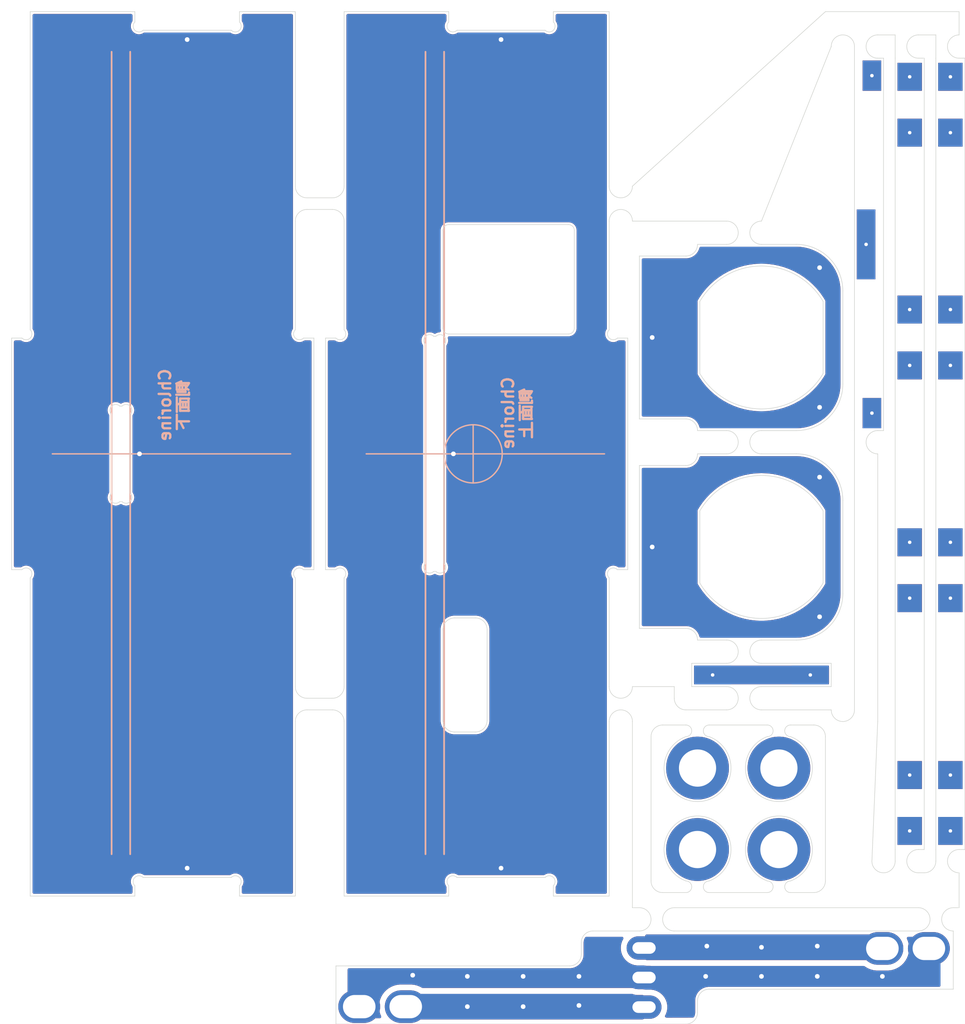
<source format=kicad_pcb>
(kicad_pcb (version 20241229) (generator "pcbnew") (generator_version "9.0")
  (layers (0 "F.Cu" signal) (2 "B.Cu" signal) (13 "F.Paste" user) (15 "B.Paste" user) (5 "F.SilkS" user "F.Silkscreen") (7 "B.SilkS" user "B.Silkscreen") (1 "F.Mask" user) (3 "B.Mask" user) (25 "Edge.Cuts" user))
  (net 0 "")
  (net 1 "GND")
  (net 2 "Net-(J2-Pin_3)")
  (net 3 "Net-(J2-Pin_1)")
  (footprint "MountingHole:MountingHole_3.2mm_M3_ISO14580_Pad" (layer "F.Cu") (at 66 -28 180)
    (property "Reference" "REF**" (hide yes))
    (property "Value" "MountingHole_3.2mm_M3_ISO14580_Pad" (hide yes))
    (pad "1" thru_hole circle (at 0 0 180) (size 5.4 5.4) (drill 3.2) (layers "*.Cu" "*.Mask"))
  )
  (footprint "myFoot:my_WirePad_0-8mmDrill" (layer "F.Cu") (at 74 -65.5)
    (property "Reference" "REF**" (hide yes))
    (property "Value" "0-8mmDrill" (hide yes))
    (pad "1" thru_hole rect (at 0 0) (size 1.6 2.6) (drill 0.3) (layers "*.Cu" "*.Mask"))
  )
  (footprint "myFoot:my_WirePad_0-8mmDrill" (layer "F.Cu") (at 77.25 -94.4 -90)
    (property "Reference" "REF**" (hide yes))
    (property "Value" "0-8mmDrill" (hide yes))
    (pad "1" thru_hole rect (at 0 0 270) (size 2.4 2.1) (drill 0.3) (layers "*.Cu" "*.Mask"))
    (pad "2" thru_hole rect (at 4.8 0 270) (size 2.4 2.1) (drill 0.3) (layers "*.Cu" "*.Mask"))
    (pad "3" thru_hole rect (at 20 0 270) (size 2.4 2.1) (drill 0.3) (layers "*.Cu" "*.Mask"))
    (pad "4" thru_hole rect (at 24.8 0 270) (size 2.4 2.1) (drill 0.3) (layers "*.Cu" "*.Mask"))
    (pad "5" thru_hole rect (at 40 0 270) (size 2.4 2.1) (drill 0.3) (layers "*.Cu" "*.Mask"))
    (pad "6" thru_hole rect (at 44.8 0 270) (size 2.4 2.1) (drill 0.3) (layers "*.Cu" "*.Mask"))
    (pad "7" thru_hole rect (at 60 0 270) (size 2.4 2.1) (drill 0.3) (layers "*.Cu" "*.Mask"))
    (pad "8" thru_hole rect (at 64.8 0 270) (size 2.4 2.1) (drill 0.3) (layers "*.Cu" "*.Mask"))
  )
  (footprint "myFoot:my_WirePad_0-8mmDrill" (layer "F.Cu") (at 60.3 -43)
    (property "Reference" "REF**" (hide yes))
    (property "Value" "0-8mmDrill" (hide yes))
    (pad "1" thru_hole rect (at 0 0) (size 3.2 1.6) (drill 0.3) (layers "*.Cu" "*.Mask") (net 1 "GND"))
  )
  (footprint "myFoot:my_WirePad_0-8mmDrill" (layer "F.Cu") (at 74 -94.5)
    (property "Reference" "REF**" (hide yes))
    (property "Value" "0-8mmDrill" (hide yes))
    (pad "1" thru_hole rect (at 0 0) (size 1.6 2.6) (drill 0.3) (layers "*.Cu" "*.Mask"))
  )
  (footprint "myFoot:my_WirePad_0-8mmDrill" (layer "F.Cu") (at 80.75 -94.4 -90)
    (property "Reference" "REF**" (hide yes))
    (property "Value" "0-8mmDrill" (hide yes))
    (pad "1" thru_hole rect (at 0 0 270) (size 2.4 2.1) (drill 0.3) (layers "*.Cu" "*.Mask"))
    (pad "2" thru_hole rect (at 4.8 0 270) (size 2.4 2.1) (drill 0.3) (layers "*.Cu" "*.Mask"))
    (pad "3" thru_hole rect (at 20 0 270) (size 2.4 2.1) (drill 0.3) (layers "*.Cu" "*.Mask"))
    (pad "4" thru_hole rect (at 24.8 0 270) (size 2.4 2.1) (drill 0.3) (layers "*.Cu" "*.Mask"))
    (pad "5" thru_hole rect (at 40 0 270) (size 2.4 2.1) (drill 0.3) (layers "*.Cu" "*.Mask"))
    (pad "6" thru_hole rect (at 44.8 0 270) (size 2.4 2.1) (drill 0.3) (layers "*.Cu" "*.Mask"))
    (pad "7" thru_hole rect (at 60 0 270) (size 2.4 2.1) (drill 0.3) (layers "*.Cu" "*.Mask"))
    (pad "8" thru_hole rect (at 64.8 0 270) (size 2.4 2.1) (drill 0.3) (layers "*.Cu" "*.Mask"))
  )
  (footprint "MountingHole:MountingHole_3.2mm_M3_ISO14580_Pad" (layer "F.Cu") (at 59 -35)
    (property "Reference" "REF**" (hide yes))
    (property "Value" "MountingHole_3.2mm_M3_ISO14580_Pad" (hide yes))
    (pad "1" thru_hole circle (at 0 0) (size 5.4 5.4) (drill 3.2) (layers "*.Cu" "*.Mask"))
  )
  (footprint "myFoot:my_WirePad_0-8mmDrill" (layer "F.Cu") (at 73.5 -80)
    (property "Reference" "REF**" (hide yes))
    (property "Value" "0-8mmDrill" (hide yes))
    (pad "1" thru_hole rect (at 0 0) (size 1.6 6) (drill 0.3) (layers "*.Cu" "*.Mask"))
  )
  (footprint "MountingHole:MountingHole_3.2mm_M3_ISO14580_Pad" (layer "F.Cu") (at 59 -28 180)
    (property "Reference" "REF**" (hide yes))
    (property "Value" "MountingHole_3.2mm_M3_ISO14580_Pad" (hide yes))
    (pad "1" thru_hole circle (at 0 0 180) (size 5.4 5.4) (drill 3.2) (layers "*.Cu" "*.Mask"))
  )
  (footprint "myFoot:my_WirePad_0-8mmDrill" (layer "F.Cu") (at 68.7 -43)
    (property "Reference" "REF**" (hide yes))
    (property "Value" "0-8mmDrill" (hide yes))
    (pad "1" thru_hole rect (at 0 0) (size 3.2 1.6) (drill 0.3) (layers "*.Cu" "*.Mask") (net 1 "GND"))
  )
  (footprint "MountingHole:MountingHole_3.2mm_M3_ISO14580_Pad" (layer "F.Cu") (at 66 -35)
    (property "Reference" "REF**" (hide yes))
    (property "Value" "MountingHole_3.2mm_M3_ISO14580_Pad" (hide yes))
    (pad "1" thru_hole circle (at 0 0) (size 5.4 5.4) (drill 3.2) (layers "*.Cu" "*.Mask"))
  )
  (footprint "myFoot:my_conn" (layer "B.Cu") (at 33.9 -14.5 -90)
    (property "Reference" "SW5" (hide yes))
    (property "Value" "sw" (hide yes))
    (pad "1" thru_hole oval (at 0 0 180) (size 3.6 2.8) (drill oval 2.8 2) (layers "*.Cu" "*.Mask") (net 2 "Net-(J2-Pin_3)"))
    (pad "2" thru_hole oval (at 0 4 180) (size 3.6 2.8) (drill oval 2.8 2) (layers "*.Cu" "*.Mask") (net 1 "GND"))
  )
  (footprint "myFoot:my_conn" (layer "B.Cu") (at 74.9 -19.5 90)
    (property "Reference" "SW6" (hide yes))
    (property "Value" "sw" (hide yes))
    (pad "1" thru_hole oval (at 0 0) (size 3.6 2.8) (drill oval 2.8 2) (layers "*.Cu" "*.Mask") (net 3 "Net-(J2-Pin_1)"))
    (pad "2" thru_hole oval (at 0 4) (size 3.6 2.8) (drill oval 2.8 2) (layers "*.Cu" "*.Mask") (net 1 "GND"))
  )
  (footprint "Connector_PinHeader_2.54mm:PinHeader_1x03_P2.54mm_Vertical" (layer "B.Cu") (at 54.4 -17 180)
    (property "Reference" "J143" (hide yes))
    (property "Value" "SWpin" (hide yes))
    (pad "1" thru_hole oval (at 0 2.54 180) (size 3 2) (drill oval 2 1) (layers "*.Cu" "*.Mask") (net 3 "Net-(J2-Pin_1)"))
    (pad "2" thru_hole oval (at 0 0 180) (size 3 2) (drill oval 2 1) (layers "*.Cu" "*.Mask") (net 1 "GND"))
    (pad "3" thru_hole oval (at 0 -2.54 180) (size 3 2) (drill oval 2 1) (layers "*.Cu" "*.Mask") (net 2 "Net-(J2-Pin_3)"))
  )
  (gr_line (start 3.5 -62) (end 24 -62) (stroke (width 0.12)) (layer "B.SilkS"))
  (gr_line (start 30.5 -62) (end 51 -62) (stroke (width 0.12)) (layer "B.SilkS"))
  (gr_circle (center 39.7 -62) (end 37.2 -62) (stroke (width 0.12)) (fill no) (layer "B.SilkS"))
  (gr_line (start 39.7 -62) (end 39.7 -59.5) (stroke (width 0.12)) (layer "B.SilkS"))
  (gr_line (start 37.2 -27.6) (end 37.2 -96.55) (stroke (width 0.15)) (layer "B.SilkS"))
  (gr_line (start 39.7 -62) (end 39.7 -64.5) (stroke (width 0.12)) (layer "B.SilkS"))
  (gr_line (start 10.2 -27.6) (end 10.2 -96.55) (stroke (width 0.15)) (layer "B.SilkS"))
  (gr_line (start 35.6 -27.6) (end 35.6 -96.55) (stroke (width 0.15)) (layer "B.SilkS"))
  (gr_line (start 8.6 -27.6) (end 8.6 -96.55) (stroke (width 0.15)) (layer "B.SilkS"))
  (gr_line (start 26 -52.05) (end 25.107106 -52.05) (stroke (width 0.05)) (layer "Edge.Cuts"))
  (gr_line (start 25.4 -40) (end 27.6 -40) (stroke (width 0.05)) (layer "Edge.Cuts"))
  (gr_arc (start 64.5 -80) (mid 63.5 -81) (end 64.5 -82) (stroke (width 0.05)) (layer "Edge.Cuts"))
  (gr_line (start 55 -25.3) (end 55 -37.7) (stroke (width 0.05)) (layer "Edge.Cuts"))
  (gr_arc (start 81.5 -96) (mid 80.5 -97) (end 81.5 -98) (stroke (width 0.05)) (layer "Edge.Cuts"))
  (gr_line (start 74.5 -62) (end 74.5 -39) (stroke (width 0.05)) (layer "Edge.Cuts"))
  (gr_arc (start 59.2 -75.1) (mid 64.5 -78.140033) (end 69.8 -75.1) (stroke (width 0.05)) (layer "Edge.Cuts"))
  (gr_arc (start 65.000001 -30.699999) (mid 66 -30.879235) (end 67 -30.699999) (stroke (width 0.05)) (layer "Edge.Cuts"))
  (gr_line (start 82 -96) (end 82 -28) (stroke (width 0.05)) (layer "Edge.Cuts"))
  (gr_line (start 28.6 -85) (end 28.6 -100) (stroke (width 0.05)) (layer "Edge.Cuts"))
  (gr_arc (start 61.5 -46) (mid 62.5 -45) (end 61.5 -44) (stroke (width 0.05)) (layer "Edge.Cuts"))
  (gr_line (start 69.8 -75.1) (end 69.8 -68.9) (stroke (width 0.05)) (layer "Edge.Cuts"))
  (gr_line (start 46.6 -100) (end 46.6 -99.107106) (stroke (width 0.05)) (layer "Edge.Cuts"))
  (gr_line (start 37.1 -39.1) (end 37.1 -46.9) (stroke (width 0.05)) (layer "Edge.Cuts"))
  (gr_arc (start 53.4 -42) (mid 52.4 -41) (end 51.4 -42) (stroke (width 0.05)) (layer "Edge.Cuts"))
  (gr_arc (start 69 -38.7) (mid 69.707107 -38.407107) (end 70 -37.7) (stroke (width 0.05)) (layer "Edge.Cuts"))
  (gr_line (start 27 -52.05) (end 27 -71.95) (stroke (width 0.05)) (layer "Edge.Cuts"))
  (gr_arc (start 67 -37.7) (mid 66.5 -38.2) (end 67 -38.7) (stroke (width 0.05)) (layer "Edge.Cuts"))
  (gr_arc (start 58 -25.3) (mid 58.5 -24.8) (end 58 -24.3) (stroke (width 0.05)) (layer "Edge.Cuts"))
  (gr_arc (start 65 -38.7) (mid 65.5 -38.2) (end 65 -37.7) (stroke (width 0.05)) (layer "Edge.Cuts"))
  (gr_line (start 70.5 -42) (end 64.5 -42) (stroke (width 0.05)) (layer "Edge.Cuts"))
  (gr_line (start 46.6 -100) (end 51.4 -100) (stroke (width 0.05)) (layer "Edge.Cuts"))
  (gr_line (start 45.892894 -25.6) (end 38.307106 -25.6) (stroke (width 0.05)) (layer "Edge.Cuts"))
  (gr_line (start 49 -19) (end 49 -20) (stroke (width 0.05)) (layer "Edge.Cuts"))
  (gr_line (start 61.5 -42) (end 58.5 -42) (stroke (width 0.05)) (layer "Edge.Cuts"))
  (gr_arc (start 10.2 -58.607106) (mid 10.2 -57.9) (end 9.492894 -57.9) (stroke (width 0.05)) (layer "Edge.Cuts"))
  (gr_line (start 81.5 -100) (end 81.5 -98) (stroke (width 0.05)) (layer "Edge.Cuts"))
  (gr_line (start 75 -96) (end 74.5 -96) (stroke (width 0.05)) (layer "Edge.Cuts"))
  (gr_line (start 78.5 -26) (end 78 -26) (stroke (width 0.05)) (layer "Edge.Cuts"))
  (gr_arc (start 58 -38.7) (mid 58.5 -38.2) (end 58 -37.7) (stroke (width 0.05)) (layer "Edge.Cuts"))
  (gr_line (start 57 -42) (end 53.4 -42) (stroke (width 0.05)) (layer "Edge.Cuts"))
  (gr_line (start 24.4 -42) (end 24.4 -51.342894) (stroke (width 0.05)) (layer "Edge.Cuts"))
  (gr_line (start 59.2 -75.1) (end 59.2 -68.9) (stroke (width 0.05)) (layer "Edge.Cuts"))
  (gr_line (start 78 -98) (end 79.5 -98) (stroke (width 0.05)) (layer "Edge.Cuts"))
  (gr_arc (start 59 -15) (mid 59.292893 -15.707107) (end 60 -16) (stroke (width 0.05)) (layer "Edge.Cuts"))
  (gr_arc (start 74.5 -96) (mid 73.5 -97) (end 74.5 -98) (stroke (width 0.05)) (layer "Edge.Cuts"))
  (gr_line (start 1.6 -24) (end 1.6 -51.342894) (stroke (width 0.05)) (layer "Edge.Cuts"))
  (gr_arc (start 69.8 -68.9) (mid 64.5 -65.859967) (end 59.2 -68.9) (stroke (width 0.05)) (layer "Edge.Cuts"))
  (gr_line (start 64.5 -44) (end 70.5 -44) (stroke (width 0.05)) (layer "Edge.Cuts"))
  (gr_arc (start 58 -32.3) (mid 56.120764 -35) (end 58 -37.7) (stroke (width 0.05)) (layer "Edge.Cuts"))
  (gr_arc (start 58 -65) (mid 58.707107 -64.707107) (end 59 -64) (stroke (width 0.05)) (layer "Edge.Cuts"))
  (gr_line (start 57 -42) (end 57 -41) (stroke (width 0.05)) (layer "Edge.Cuts"))
  (gr_arc (start 37.6 -72.3) (mid 37.246447 -72.446447) (end 37.1 -72.8) (stroke (width 0.05)) (layer "Edge.Cuts"))
  (gr_line (start 81 -16) (end 60 -16) (stroke (width 0.05)) (layer "Edge.Cuts"))
  (gr_arc (start 65 -25.3) (mid 65.5 -24.8) (end 65 -24.3) (stroke (width 0.05)) (layer "Edge.Cuts"))
  (gr_line (start 45.892894 -98.4) (end 38.307106 -98.4) (stroke (width 0.05)) (layer "Edge.Cuts"))
  (gr_line (start 37.6 -100) (end 37.6 -99.107106) (stroke (width 0.05)) (layer "Edge.Cuts"))
  (gr_arc (start 38.1 -38.1) (mid 37.392893 -38.392893) (end 37.1 -39.1) (stroke (width 0.05)) (layer "Edge.Cuts"))
  (gr_line (start 9.492894 -66.1) (end 9.307106 -66.1) (stroke (width 0.05)) (layer "Edge.Cuts"))
  (gr_line (start 53.4 -85) (end 70 -100) (stroke (width 0.05)) (layer "Edge.Cuts"))
  (gr_line (start 24.4 -82) (end 24.4 -72.657106) (stroke (width 0.05)) (layer "Edge.Cuts"))
  (gr_line (start 10.6 -24) (end 10.6 -24.892894) (stroke (width 0.05)) (layer "Edge.Cuts"))
  (gr_arc (start 56 -24.3) (mid 55.292893 -24.592893) (end 55 -25.3) (stroke (width 0.05)) (layer "Edge.Cuts"))
  (gr_arc (start 25.4 -84) (mid 24.692893 -84.292893) (end 24.4 -85) (stroke (width 0.05)) (layer "Edge.Cuts"))
  (gr_line (start 11.307106 -98.4) (end 18.892894 -98.4) (stroke (width 0.05)) (layer "Edge.Cuts"))
  (gr_line (start 70 -100) (end 81.5 -100) (stroke (width 0.05)) (layer "Edge.Cuts"))
  (gr_arc (start 69.8 -50.9) (mid 64.5 -47.859967) (end 59.2 -50.9) (stroke (width 0.05)) (layer "Edge.Cuts"))
  (gr_line (start 10.6 -100) (end 10.6 -99.107106) (stroke (width 0.05)) (layer "Edge.Cuts"))
  (gr_arc (start 78 -96) (mid 77 -97) (end 78 -98) (stroke (width 0.05)) (layer "Edge.Cuts"))
  (gr_line (start 1.6 -100) (end 10.6 -100) (stroke (width 0.05)) (layer "Edge.Cuts"))
  (gr_line (start 51.4 -24) (end 46.6 -24) (stroke (width 0.05)) (layer "Edge.Cuts"))
  (gr_line (start 67 -38.7) (end 69 -38.7) (stroke (width 0.05)) (layer "Edge.Cuts"))
  (gr_arc (start 61.5 -82) (mid 62.5 -81) (end 61.5 -80) (stroke (width 0.05)) (layer "Edge.Cuts"))
  (gr_line (start 46.6 -24) (end 46.6 -24.892894) (stroke (width 0.05)) (layer "Edge.Cuts"))
  (gr_arc (start 65 -25.3) (mid 63.120764 -28) (end 65 -30.7) (stroke (width 0.05)) (layer "Edge.Cuts"))
  (gr_line (start 19.6 -100) (end 24.4 -100) (stroke (width 0.05)) (layer "Edge.Cuts"))
  (gr_line (start 54 -47) (end 54 -61) (stroke (width 0.05)) (layer "Edge.Cuts"))
  (gr_line (start 27 -52.05) (end 27.892894 -52.05) (stroke (width 0.05)) (layer "Edge.Cuts"))
  (gr_line (start 59 -80) (end 61.5 -80) (stroke (width 0.05)) (layer "Edge.Cuts"))
  (gr_line (start 60 -38.7) (end 65 -38.7) (stroke (width 0.05)) (layer "Edge.Cuts"))
  (gr_line (start 54 -65) (end 54 -79) (stroke (width 0.05)) (layer "Edge.Cuts"))
  (gr_arc (start 78 -26) (mid 77 -27) (end 78 -28) (stroke (width 0.05)) (layer "Edge.Cuts"))
  (gr_line (start 59 -62) (end 61.5 -62) (stroke (width 0.05)) (layer "Edge.Cuts"))
  (gr_line (start 56 -38.7) (end 58 -38.7) (stroke (width 0.05)) (layer "Edge.Cuts"))
  (gr_arc (start 11.307106 -98.4) (mid 10.6 -98.4) (end 10.6 -99.107106) (stroke (width 0.05)) (layer "Edge.Cuts"))
  (gr_line (start 81.5 -96) (end 82 -96) (stroke (width 0.05)) (layer "Edge.Cuts"))
  (gr_line (start 54 -61) (end 58 -61) (stroke (width 0.05)) (layer "Edge.Cuts"))
  (gr_line (start 51.4 -39) (end 51.4 -24) (stroke (width 0.05)) (layer "Edge.Cuts"))
  (gr_arc (start 37.1 -46.9) (mid 37.392893 -47.607107) (end 38.1 -47.9) (stroke (width 0.05)) (layer "Edge.Cuts"))
  (gr_line (start 58.5 -42) (end 58.5 -44) (stroke (width 0.05)) (layer "Edge.Cuts"))
  (gr_line (start 0 -52.05) (end 0.892894 -52.05) (stroke (width 0.05)) (layer "Edge.Cuts"))
  (gr_line (start 10.6 -24) (end 1.6 -24) (stroke (width 0.05)) (layer "Edge.Cuts"))
  (gr_line (start 54 -79) (end 58 -79) (stroke (width 0.05)) (layer "Edge.Cuts"))
  (gr_line (start 24.4 -85) (end 24.4 -100) (stroke (width 0.05)) (layer "Edge.Cuts"))
  (gr_arc (start 60 -24.3) (mid 59.5 -24.8) (end 60 -25.3) (stroke (width 0.05)) (layer "Edge.Cuts"))
  (gr_line (start 53.4 -23) (end 54 -23) (stroke (width 0.05)) (layer "Edge.Cuts"))
  (gr_arc (start 67.5 -62) (mid 70.328427 -60.828427) (end 71.5 -58) (stroke (width 0.05)) (layer "Edge.Cuts"))
  (gr_line (start 53 -71.95) (end 52.107106 -71.95) (stroke (width 0.05)) (layer "Edge.Cuts"))
  (gr_line (start 79.5 -28) (end 79.5 -27) (stroke (width 0.05)) (layer "Edge.Cuts"))
  (gr_line (start 58 -65) (end 54 -65) (stroke (width 0.05)) (layer "Edge.Cuts"))
  (gr_arc (start 67 -30.7) (mid 68.879236 -28) (end 67 -25.3) (stroke (width 0.05)) (layer "Edge.Cuts"))
  (gr_arc (start 71.5 -68) (mid 70.328427 -65.171573) (end 67.5 -64) (stroke (width 0.05)) (layer "Edge.Cuts"))
  (gr_line (start 81.5 -23) (end 81 -23) (stroke (width 0.05)) (layer "Edge.Cuts"))
  (gr_arc (start 54 -23) (mid 55 -22) (end 54 -21) (stroke (width 0.05)) (layer "Edge.Cuts"))
  (gr_arc (start 74.5 -62) (mid 73.5 -63) (end 74.5 -64) (stroke (width 0.05)) (layer "Edge.Cuts"))
  (gr_arc (start 52.107106 -71.95) (mid 51.4 -71.95) (end 51.4 -72.657106) (stroke (width 0.05)) (layer "Edge.Cuts"))
  (gr_arc (start 24.4 -82) (mid 24.692893 -82.707107) (end 25.4 -83) (stroke (width 0.05)) (layer "Edge.Cuts"))
  (gr_line (start 70.5 -40) (end 64.5 -40) (stroke (width 0.05)) (layer "Edge.Cuts"))
  (gr_line (start 36.307106 -51.9) (end 36.492894 -51.9) (stroke (width 0.05)) (layer "Edge.Cuts"))
  (gr_arc (start 28.6 -85) (mid 28.307107 -84.292893) (end 27.6 -84) (stroke (width 0.05)) (layer "Edge.Cuts"))
  (gr_arc (start 0.892894 -52.05) (mid 1.6 -52.05) (end 1.6 -51.342894) (stroke (width 0.05)) (layer "Edge.Cuts"))
  (gr_arc (start 49 -19) (mid 48.707107 -18.292893) (end 48 -18) (stroke (width 0.05)) (layer "Edge.Cuts"))
  (gr_line (start 75 -64) (end 75 -96) (stroke (width 0.05)) (layer "Edge.Cuts"))
  (gr_arc (start 67.5 -80) (mid 70.328427 -78.828427) (end 71.5 -76) (stroke (width 0.05)) (layer "Edge.Cuts"))
  (gr_line (start 53 -52.05) (end 52.107106 -52.05) (stroke (width 0.05)) (layer "Edge.Cuts"))
  (gr_arc (start 8.6 -65.392894) (mid 8.6 -66.1) (end 9.307106 -66.1) (stroke (width 0.05)) (layer "Edge.Cuts"))
  (gr_line (start 72.5 -96) (end 72.5 -97) (stroke (width 0.05)) (layer "Edge.Cuts"))
  (gr_line (start 36.307106 -72.1) (end 36.492894 -72.1) (stroke (width 0.05)) (layer "Edge.Cuts"))
  (gr_line (start 71.5 -58) (end 71.5 -50) (stroke (width 0.05)) (layer "Edge.Cuts"))
  (gr_line (start 28.6 -39) (end 28.6 -24) (stroke (width 0.05)) (layer "Edge.Cuts"))
  (gr_line (start 64.5 -82) (end 70.5 -97) (stroke (width 0.05)) (layer "Edge.Cuts"))
  (gr_arc (start 40.9 -39.1) (mid 40.607107 -38.392893) (end 39.9 -38.1) (stroke (width 0.05)) (layer "Edge.Cuts"))
  (gr_arc (start 81 -21) (mid 80 -22) (end 81 -23) (stroke (width 0.05)) (layer "Edge.Cuts"))
  (gr_line (start 26 -71.95) (end 26 -52.05) (stroke (width 0.05)) (layer "Edge.Cuts"))
  (gr_line (start 72.5 -64) (end 72.5 -40) (stroke (width 0.05)) (layer "Edge.Cuts"))
  (gr_arc (start 64.5 -40) (mid 63.5 -41) (end 64.5 -42) (stroke (width 0.05)) (layer "Edge.Cuts"))
  (gr_arc (start 78 -23) (mid 79 -22) (end 78 -21) (stroke (width 0.05)) (layer "Edge.Cuts"))
  (gr_arc (start 58 -47) (mid 58.707107 -46.707107) (end 59 -46) (stroke (width 0.05)) (layer "Edge.Cuts"))
  (gr_line (start 38.1 -47.9) (end 39.9 -47.9) (stroke (width 0.05)) (layer "Edge.Cuts"))
  (gr_line (start 58.5 -44) (end 61.5 -44) (stroke (width 0.05)) (layer "Edge.Cuts"))
  (gr_line (start 76 -96) (end 76 -28) (stroke (width 0.05)) (layer "Edge.Cuts"))
  (gr_line (start 28.6 -82) (end 28.6 -72.657106) (stroke (width 0.05)) (layer "Edge.Cuts"))
  (gr_arc (start 45.892894 -25.6) (mid 46.6 -25.6) (end 46.6 -24.892894) (stroke (width 0.05)) (layer "Edge.Cuts"))
  (gr_arc (start 28.6 -42) (mid 28.307107 -41.292893) (end 27.6 -41) (stroke (width 0.05)) (layer "Edge.Cuts"))
  (gr_line (start 70.5 -44) (end 70.5 -42) (stroke (width 0.05)) (layer "Edge.Cuts"))
  (gr_arc (start 79.5 -27) (mid 79.207107 -26.292893) (end 78.5 -26) (stroke (width 0.05)) (layer "Edge.Cuts"))
  (gr_arc (start 24.4 -39) (mid 24.692893 -39.707107) (end 25.4 -40) (stroke (width 0.05)) (layer "Edge.Cuts"))
  (gr_line (start 78.5 -96) (end 78 -96) (stroke (width 0.05)) (layer "Edge.Cuts"))
  (gr_line (start 27.6 -41) (end 25.4 -41) (stroke (width 0.05)) (layer "Edge.Cuts"))
  (gr_line (start 82 -28) (end 81.5 -28) (stroke (width 0.05)) (layer "Edge.Cuts"))
  (gr_arc (start 51.4 -51.342894) (mid 51.4 -52.05) (end 52.107106 -52.05) (stroke (width 0.05)) (layer "Edge.Cuts"))
  (gr_line (start 27.9 -18) (end 48 -18) (stroke (width 0.05)) (layer "Edge.Cuts"))
  (gr_line (start 25.4 -83) (end 27.6 -83) (stroke (width 0.05)) (layer "Edge.Cuts"))
  (gr_arc (start 38.307106 -98.4) (mid 37.6 -98.4) (end 37.6 -99.107106) (stroke (width 0.05)) (layer "Edge.Cuts"))
  (gr_arc (start 70.5 -97) (mid 71.5 -98) (end 72.5 -97) (stroke (width 0.05)) (layer "Edge.Cuts"))
  (gr_arc (start 49 -20) (mid 49.292893 -20.707107) (end 50 -21) (stroke (width 0.05)) (layer "Edge.Cuts"))
  (gr_arc (start 36.492894 -72.1) (mid 37.2 -72.1) (end 37.2 -71.392894) (stroke (width 0.05)) (layer "Edge.Cuts"))
  (gr_arc (start 81.5 -26) (mid 80.5 -27) (end 81.5 -28) (stroke (width 0.05)) (layer "Edge.Cuts"))
  (gr_line (start 53.4 -39) (end 53.4 -23) (stroke (width 0.05)) (layer "Edge.Cuts"))
  (gr_line (start 39.9 -38.1) (end 38.1 -38.1) (stroke (width 0.05)) (layer "Edge.Cuts"))
  (gr_arc (start 59 -80) (mid 58.707107 -79.292893) (end 58 -79) (stroke (width 0.05)) (layer "Edge.Cuts"))
  (gr_arc (start 67 -37.7) (mid 68.879236 -35) (end 67 -32.3) (stroke (width 0.05)) (layer "Edge.Cuts"))
  (gr_arc (start 1.6 -72.657106) (mid 1.6 -71.95) (end 0.892894 -71.95) (stroke (width 0.05)) (layer "Edge.Cuts"))
  (gr_line (start 24.4 -39) (end 24.4 -24) (stroke (width 0.05)) (layer "Edge.Cuts"))
  (gr_line (start 0 -52.05) (end 0 -71.95) (stroke (width 0.05)) (layer "Edge.Cuts"))
  (gr_arc (start 71.5 -50) (mid 70.328427 -47.171573) (end 67.5 -46) (stroke (width 0.05)) (layer "Edge.Cuts"))
  (gr_arc (start 57 -21) (mid 56 -22) (end 57 -23) (stroke (width 0.05)) (layer "Edge.Cuts"))
  (gr_arc (start 35.6 -71.392894) (mid 35.6 -72.1) (end 36.307106 -72.1) (stroke (width 0.05)) (layer "Edge.Cuts"))
  (gr_line (start 81 -21) (end 81 -16) (stroke (width 0.05)) (layer "Edge.Cuts"))
  (gr_line (start 76 -98) (end 76 -96) (stroke (width 0.05)) (layer "Edge.Cuts"))
  (gr_arc (start 59 -62) (mid 58.707107 -61.292893) (end 58 -61) (stroke (width 0.05)) (layer "Edge.Cuts"))
  (gr_line (start 58 -13) (end 27.9 -13) (stroke (width 0.05)) (layer "Edge.Cuts"))
  (gr_line (start 0 -71.95) (end 0.892894 -71.95) (stroke (width 0.05)) (layer "Edge.Cuts"))
  (gr_line (start 27.6 -84) (end 25.4 -84) (stroke (width 0.05)) (layer "Edge.Cuts"))
  (gr_line (start 64.5 -80) (end 67.5 -80) (stroke (width 0.05)) (layer "Edge.Cuts"))
  (gr_arc (start 24.4 -51.342894) (mid 24.4 -52.05) (end 25.107106 -52.05) (stroke (width 0.05)) (layer "Edge.Cuts"))
  (gr_arc (start 39.9 -47.9) (mid 40.607107 -47.607107) (end 40.9 -46.9) (stroke (width 0.05)) (layer "Edge.Cuts"))
  (gr_arc (start 72.5 -40) (mid 71.5 -39) (end 70.5 -40) (stroke (width 0.05)) (layer "Edge.Cuts"))
  (gr_arc (start 27.6 -40) (mid 28.307107 -39.707107) (end 28.6 -39) (stroke (width 0.05)) (layer "Edge.Cuts"))
  (gr_line (start 58 -40) (end 61.5 -40) (stroke (width 0.05)) (layer "Edge.Cuts"))
  (gr_line (start 58 -24.3) (end 56 -24.3) (stroke (width 0.05)) (layer "Edge.Cuts"))
  (gr_arc (start 76 -27) (mid 75 -26) (end 74 -27) (stroke (width 0.05)) (layer "Edge.Cuts"))
  (gr_line (start 37.6 -24) (end 28.6 -24) (stroke (width 0.05)) (layer "Edge.Cuts"))
  (gr_arc (start 27.892894 -52.05) (mid 28.6 -52.05) (end 28.6 -51.342894) (stroke (width 0.05)) (layer "Edge.Cuts"))
  (gr_arc (start 18.892894 -25.6) (mid 19.6 -25.6) (end 19.6 -24.892894) (stroke (width 0.05)) (layer "Edge.Cuts"))
  (gr_arc (start 61.5 -64) (mid 62.5 -63) (end 61.5 -62) (stroke (width 0.05)) (layer "Edge.Cuts"))
  (gr_line (start 27.9 -13) (end 27.9 -18) (stroke (width 0.05)) (layer "Edge.Cuts"))
  (gr_line (start 61.5 -46) (end 59 -46) (stroke (width 0.05)) (layer "Edge.Cuts"))
  (gr_line (start 28.6 -100) (end 37.6 -100) (stroke (width 0.05)) (layer "Edge.Cuts"))
  (gr_line (start 74.5 -39) (end 74 -27) (stroke (width 0.05)) (layer "Edge.Cuts"))
  (gr_arc (start 37.1 -81.2) (mid 37.246447 -81.553553) (end 37.6 -81.7) (stroke (width 0.05)) (layer "Edge.Cuts"))
  (gr_line (start 74.5 -98) (end 76 -98) (stroke (width 0.05)) (layer "Edge.Cuts"))
  (gr_arc (start 64.5 -44) (mid 63.5 -45) (end 64.5 -46) (stroke (width 0.05)) (layer "Edge.Cuts"))
  (gr_arc (start 59 -14) (mid 58.707107 -13.292893) (end 58 -13) (stroke (width 0.05)) (layer "Edge.Cuts"))
  (gr_line (start 40.9 -46.9) (end 40.9 -39.1) (stroke (width 0.05)) (layer "Edge.Cuts"))
  (gr_line (start 11.307106 -25.6) (end 18.892894 -25.6) (stroke (width 0.05)) (layer "Edge.Cuts"))
  (gr_arc (start 70 -25.3) (mid 69.707107 -24.592893) (end 69 -24.3) (stroke (width 0.05)) (layer "Edge.Cuts"))
  (gr_line (start 27 -71.95) (end 27.892894 -71.95) (stroke (width 0.05)) (layer "Edge.Cuts"))
  (gr_arc (start 55 -37.7) (mid 55.292893 -38.407107) (end 56 -38.7) (stroke (width 0.05)) (layer "Edge.Cuts"))
  (gr_line (start 51.4 -85) (end 51.4 -100) (stroke (width 0.05)) (layer "Edge.Cuts"))
  (gr_line (start 37.1 -72.8) (end 37.1 -81.2) (stroke (width 0.05)) (layer "Edge.Cuts"))
  (gr_line (start 35.6 -71.4) (end 35.6 -52.607106) (stroke (width 0.05)) (layer "Edge.Cuts"))
  (gr_line (start 1.6 -100) (end 1.6 -72.657106) (stroke (width 0.05)) (layer "Edge.Cuts"))
  (gr_line (start 53.4 -82) (end 61.5 -82) (stroke (width 0.05)) (layer "Edge.Cuts"))
  (gr_arc (start 67 -24.3) (mid 66.5 -24.8) (end 67 -25.3) (stroke (width 0.05)) (layer "Edge.Cuts"))
  (gr_arc (start 61.5 -42) (mid 62.5 -41) (end 61.5 -40) (stroke (width 0.05)) (layer "Edge.Cuts"))
  (gr_arc (start 66.999999 -32.300001) (mid 66 -32.120765) (end 65 -32.300001) (stroke (width 0.05)) (layer "Edge.Cuts"))
  (gr_arc (start 58 -25.3) (mid 56.120764 -28) (end 58 -30.7) (stroke (width 0.05)) (layer "Edge.Cuts"))
  (gr_line (start 59.2 -57.1) (end 59.2 -50.9) (stroke (width 0.05)) (layer "Edge.Cuts"))
  (gr_arc (start 51.4 -82) (mid 52.4 -83) (end 53.4 -82) (stroke (width 0.05)) (layer "Edge.Cuts"))
  (gr_line (start 69 -24.3) (end 67 -24.3) (stroke (width 0.05)) (layer "Edge.Cuts"))
  (gr_arc (start 9.492894 -66.1) (mid 10.2 -66.1) (end 10.2 -65.392894) (stroke (width 0.05)) (layer "Edge.Cuts"))
  (gr_line (start 58 -47) (end 54 -47) (stroke (width 0.05)) (layer "Edge.Cuts"))
  (gr_arc (start 37.2 -52.607106) (mid 37.2 -51.9) (end 36.492894 -51.9) (stroke (width 0.05)) (layer "Edge.Cuts"))
  (gr_arc (start 19.6 -99.107106) (mid 19.6 -98.4) (end 18.892894 -98.4) (stroke (width 0.05)) (layer "Edge.Cuts"))
  (gr_line (start 78 -23) (end 57 -23) (stroke (width 0.05)) (layer "Edge.Cuts"))
  (gr_line (start 19.6 -24) (end 19.6 -24.892894) (stroke (width 0.05)) (layer "Edge.Cuts"))
  (gr_arc (start 64.5 -62) (mid 63.5 -63) (end 64.5 -64) (stroke (width 0.05)) (layer "Edge.Cuts"))
  (gr_line (start 19.6 -100) (end 19.6 -99.107106) (stroke (width 0.05)) (layer "Edge.Cuts"))
  (gr_line (start 47.9 -72.3) (end 37.6 -72.3) (stroke (width 0.05)) (layer "Edge.Cuts"))
  (gr_arc (start 51.4 -39) (mid 52.4 -40) (end 53.4 -39) (stroke (width 0.05)) (layer "Edge.Cuts"))
  (gr_arc (start 60 -30.7) (mid 61.879236 -28) (end 60 -25.3) (stroke (width 0.05)) (layer "Edge.Cuts"))
  (gr_line (start 81.5 -26) (end 81.5 -23) (stroke (width 0.05)) (layer "Edge.Cuts"))
  (gr_arc (start 59.2 -57.1) (mid 64.5 -60.140033) (end 69.8 -57.1) (stroke (width 0.05)) (layer "Edge.Cuts"))
  (gr_line (start 61.5 -64) (end 59 -64) (stroke (width 0.05)) (layer "Edge.Cuts"))
  (gr_arc (start 60 -37.7) (mid 59.5 -38.2) (end 60 -38.7) (stroke (width 0.05)) (layer "Edge.Cuts"))
  (gr_arc (start 48.4 -72.8) (mid 48.253553 -72.446447) (end 47.9 -72.3) (stroke (width 0.05)) (layer "Edge.Cuts"))
  (gr_arc (start 53.4 -85) (mid 52.4 -84) (end 51.4 -85) (stroke (width 0.05)) (layer "Edge.Cuts"))
  (gr_arc (start 37.6 -24.892894) (mid 37.6 -25.6) (end 38.307106 -25.6) (stroke (width 0.05)) (layer "Edge.Cuts"))
  (gr_line (start 24.4 -24) (end 19.6 -24) (stroke (width 0.05)) (layer "Edge.Cuts"))
  (gr_line (start 79.5 -98) (end 79.5 -96) (stroke (width 0.05)) (layer "Edge.Cuts"))
  (gr_line (start 8.6 -65.392894) (end 8.6 -58.607106) (stroke (width 0.05)) (layer "Edge.Cuts"))
  (gr_arc (start 46.6 -99.107106) (mid 46.6 -98.4) (end 45.892894 -98.4) (stroke (width 0.05)) (layer "Edge.Cuts"))
  (gr_arc (start 65 -32.3) (mid 63.120764 -35) (end 65 -37.7) (stroke (width 0.05)) (layer "Edge.Cuts"))
  (gr_arc (start 27.6 -83) (mid 28.307107 -82.707107) (end 28.6 -82) (stroke (width 0.05)) (layer "Edge.Cuts"))
  (gr_line (start 78.5 -28) (end 78.5 -96) (stroke (width 0.05)) (layer "Edge.Cuts"))
  (gr_arc (start 25.107106 -71.95) (mid 24.4 -71.95) (end 24.4 -72.657106) (stroke (width 0.05)) (layer "Edge.Cuts"))
  (gr_arc (start 60 -37.7) (mid 61.879236 -35) (end 60 -32.3) (stroke (width 0.05)) (layer "Edge.Cuts"))
  (gr_line (start 28.6 -42) (end 28.6 -51.342894) (stroke (width 0.05)) (layer "Edge.Cuts"))
  (gr_line (start 10.2 -65.392894) (end 10.2 -58.607106) (stroke (width 0.05)) (layer "Edge.Cuts"))
  (gr_line (start 79.5 -28) (end 79.5 -96) (stroke (width 0.05)) (layer "Edge.Cuts"))
  (gr_line (start 53 -71.95) (end 53 -52.05) (stroke (width 0.05)) (layer "Edge.Cuts"))
  (gr_line (start 69.8 -57.1) (end 69.8 -50.9) (stroke (width 0.05)) (layer "Edge.Cuts"))
  (gr_arc (start 28.6 -72.657106) (mid 28.6 -71.95) (end 27.892894 -71.95) (stroke (width 0.05)) (layer "Edge.Cuts"))
  (gr_line (start 26 -71.95) (end 25.107106 -71.95) (stroke (width 0.05)) (layer "Edge.Cuts"))
  (gr_line (start 76 -27) (end 76 -28) (stroke (width 0.05)) (layer "Edge.Cuts"))
  (gr_line (start 51.4 -82) (end 51.4 -72.657106) (stroke (width 0.05)) (layer "Edge.Cuts"))
  (gr_line (start 59 -15) (end 59 -14) (stroke (width 0.05)) (layer "Edge.Cuts"))
  (gr_line (start 74.5 -64) (end 75 -64) (stroke (width 0.05)) (layer "Edge.Cuts"))
  (gr_line (start 37.6 -24) (end 37.6 -24.892894) (stroke (width 0.05)) (layer "Edge.Cuts"))
  (gr_line (start 71.5 -76) (end 71.5 -68) (stroke (width 0.05)) (layer "Edge.Cuts"))
  (gr_arc (start 36.307106 -51.9) (mid 35.6 -51.9) (end 35.6 -52.607106) (stroke (width 0.05)) (layer "Edge.Cuts"))
  (gr_arc (start 9.307106 -57.9) (mid 8.6 -57.9) (end 8.6 -58.607106) (stroke (width 0.05)) (layer "Edge.Cuts"))
  (gr_line (start 64.5 -64) (end 67.5 -64) (stroke (width 0.05)) (layer "Edge.Cuts"))
  (gr_arc (start 59.999999 -32.300001) (mid 59 -32.120765) (end 58 -32.300001) (stroke (width 0.05)) (layer "Edge.Cuts"))
  (gr_line (start 64.5 -46) (end 67.5 -46) (stroke (width 0.05)) (layer "Edge.Cuts"))
  (gr_arc (start 47.9 -81.7) (mid 48.253553 -81.553553) (end 48.4 -81.2) (stroke (width 0.05)) (layer "Edge.Cuts"))
  (gr_line (start 48.4 -81.2) (end 48.4 -72.8) (stroke (width 0.05)) (layer "Edge.Cuts"))
  (gr_line (start 78 -28) (end 78.5 -28) (stroke (width 0.05)) (layer "Edge.Cuts"))
  (gr_line (start 60 -24.3) (end 65 -24.3) (stroke (width 0.05)) (layer "Edge.Cuts"))
  (gr_line (start 9.492894 -57.9) (end 9.307106 -57.9) (stroke (width 0.05)) (layer "Edge.Cuts"))
  (gr_line (start 37.2 -52.607106) (end 37.2 -71.392894) (stroke (width 0.05)) (layer "Edge.Cuts"))
  (gr_line (start 70 -37.7) (end 70 -25.3) (stroke (width 0.05)) (layer "Edge.Cuts"))
  (gr_arc (start 10.6 -24.892894) (mid 10.6 -25.6) (end 11.307106 -25.6) (stroke (width 0.05)) (layer "Edge.Cuts"))
  (gr_line (start 72.5 -96) (end 72.5 -64) (stroke (width 0.05)) (layer "Edge.Cuts"))
  (gr_line (start 64.5 -62) (end 67.5 -62) (stroke (width 0.05)) (layer "Edge.Cuts"))
  (gr_line (start 50 -21) (end 54 -21) (stroke (width 0.05)) (layer "Edge.Cuts"))
  (gr_arc (start 58.000001 -30.699999) (mid 59 -30.879235) (end 60 -30.699999) (stroke (width 0.05)) (layer "Edge.Cuts"))
  (gr_line (start 57 -21) (end 78 -21) (stroke (width 0.05)) (layer "Edge.Cuts"))
  (gr_arc (start 25.4 -41) (mid 24.692893 -41.292893) (end 24.4 -42) (stroke (width 0.05)) (layer "Edge.Cuts"))
  (gr_arc (start 58 -40) (mid 57.292893 -40.292893) (end 57 -41) (stroke (width 0.05)) (layer "Edge.Cuts"))
  (gr_line (start 37.6 -81.7) (end 47.9 -81.7) (stroke (width 0.05)) (layer "Edge.Cuts"))
  (gr_line (start 51.4 -42) (end 51.4 -51.342894) (stroke (width 0.05)) (layer "Edge.Cuts"))
  (gr_text "Chlorine\n側面上" (at 43.5 -65.5 90) (layer "B.SilkS") (effects (font (size 1 1) (thickness 0.2) (bold yes)) (justify mirror)))
  (gr_text "Chlorine\n側面下" (at 14 -66.2 90) (layer "B.SilkS") (effects (font (size 1 1) (thickness 0.2) (bold yes)) (justify mirror)))
  (via (at 69.5 -60) (size 0.8) (drill 0.4) (layers "F.Cu" "B.Cu") (net 1))
  (via (at 55.1 -72) (size 0.8) (drill 0.4) (layers "F.Cu" "B.Cu") (net 1))
  (via (at 69.5 -66) (size 0.8) (drill 0.4) (layers "F.Cu" "B.Cu") (net 1))
  (via (at 15.1 -26.4) (size 0.8) (drill 0.4) (layers "F.Cu" "B.Cu") (net 1))
  (via (at 48.8 -17.1) (size 0.8) (drill 0.4) (layers "F.Cu" "B.Cu") (net 1))
  (via (at 34.5 -17.2) (size 0.8) (drill 0.4) (layers "F.Cu" "B.Cu") (net 1))
  (via (at 69.5 -78) (size 0.8) (drill 0.4) (layers "F.Cu" "B.Cu") (net 1))
  (via (at 69.3 -17.1) (size 0.8) (drill 0.4) (layers "F.Cu" "B.Cu") (net 1))
  (via (at 42.1 -26.4) (size 0.8) (drill 0.4) (layers "F.Cu" "B.Cu") (net 1))
  (via (at 11 -62) (size 0.8) (drill 0.4) (layers "F.Cu" "B.Cu") (net 1))
  (via (at 42.1 -97.6) (size 0.8) (drill 0.4) (layers "F.Cu" "B.Cu") (net 1))
  (via (at 39.2 -17.1) (size 0.8) (drill 0.4) (layers "F.Cu" "B.Cu") (net 1))
  (via (at 64.5 -17.1) (size 0.8) (drill 0.4) (layers "F.Cu" "B.Cu") (net 1))
  (via (at 55.1 -54) (size 0.8) (drill 0.4) (layers "F.Cu" "B.Cu") (net 1))
  (via (at 15.1 -97.6) (size 0.8) (drill 0.4) (layers "F.Cu" "B.Cu") (net 1))
  (via (at 38 -62) (size 0.8) (drill 0.4) (layers "F.Cu" "B.Cu") (net 1))
  (via (at 69.5 -48) (size 0.8) (drill 0.4) (layers "F.Cu" "B.Cu") (net 1))
  (via (at 59.7 -17.1) (size 0.8) (drill 0.4) (layers "F.Cu" "B.Cu") (net 1))
  (via (at 74.9 -17.1) (size 0.8) (drill 0.4) (layers "F.Cu" "B.Cu") (net 1))
  (via (at 44 -17.1) (size 0.8) (drill 0.4) (layers "F.Cu" "B.Cu") (net 1))
  (via (at 39.2 -14.5) (size 0.8) (drill 0.4) (layers "F.Cu" "B.Cu") (net 2))
  (via (at 44 -14.5) (size 0.8) (drill 0.4) (layers "F.Cu" "B.Cu") (net 2))
  (via (at 48.8 -14.6) (size 0.8) (drill 0.4) (layers "F.Cu" "B.Cu") (net 2))
  (via (at 59.8 -19.7) (size 0.8) (drill 0.4) (layers "F.Cu" "B.Cu") (net 3))
  (via (at 69.3 -19.7) (size 0.8) (drill 0.4) (layers "F.Cu" "B.Cu") (net 3))
  (via (at 64.5 -19.6) (size 0.8) (drill 0.4) (layers "F.Cu" "B.Cu") (net 3))
  (zone (net 3) (net_name "Net-(J2-Pin_1)") (layers "F.Cu" "B.Cu") (priority 1) (connect_pads yes (clearance 0.5)) (min_thickness 0.25) (fill yes (thermal_gap 0.5) (thermal_bridge_width 0.5))
    (polygon (pts (xy 54.5 -20.7) (xy 54.5 -18.5) (xy 74.9 -18.5) (xy 74.9 -20.7)))
  )
  (zone (net 1) (net_name "GND") (layers "F.Cu" "B.Cu") (priority 1) (connect_pads yes (clearance 0.25)) (min_thickness 0.25) (fill yes (thermal_gap 0.5) (thermal_bridge_width 0.5))
    (polygon (pts (xy 58.7 -43.8) (xy 58.7 -42.2) (xy 70.3 -42.2) (xy 70.3 -43.8)))
  )
  (zone (net 2) (net_name "Net-(J2-Pin_3)") (layers "F.Cu" "B.Cu") (priority 1) (connect_pads yes (clearance 0.5)) (min_thickness 0.25) (fill yes (thermal_gap 0.5) (thermal_bridge_width 0.5))
    (polygon (pts (xy 34 -15.6) (xy 34 -13.4) (xy 54.4 -13.4) (xy 54.4 -15.6)))
  )
  (zone (net 1) (net_name "GND") (layers "F.Cu" "B.Cu") (connect_pads yes (clearance 0.5)) (min_thickness 0.25) (fill yes (thermal_gap 0.5) (thermal_bridge_width 0.5))
    (polygon (pts (xy 28.9 -20.5) (xy 28.9 -13.5) (xy 79.9 -13.6) (xy 79.9 -20.5)))
  )
  (zone (net 1) (net_name "GND") (layers "F.Cu" "B.Cu") (connect_pads yes (clearance 0.25)) (min_thickness 0.25) (fill yes (thermal_gap 0.508) (thermal_bridge_width 0.508) (island_removal_mode 1) (island_area_min 10))
    (polygon (pts (xy 72 -46.2) (xy 51.2 -46.2) (xy 51.2 -23) (xy -1 -23) (xy -1 -101) (xy 51.2 -101) (xy 51.2 -79.8) (xy 72 -79.8)))
  )
  (zone (net 0) (net_name "") (layers "F.Cu" "B.Cu" "Edge.Cuts") (connect_pads (clearance 0)) (min_thickness 0.25)
    (keepout (tracks allowed) (vias allowed) (pads allowed) (copperpour not_allowed) (footprints allowed))
    (fill (thermal_gap 0.5) (thermal_bridge_width 0.5))
    (polygon (pts (xy 24.2 -86) (xy 24.2 -81) (xy 28.8 -81) (xy 28.8 -86)))
  )
  (zone (net 0) (net_name "") (layers "F.Cu" "B.Cu" "Edge.Cuts") (connect_pads (clearance 0)) (min_thickness 0.25)
    (keepout (tracks allowed) (vias allowed) (pads allowed) (copperpour not_allowed) (footprints allowed))
    (fill (thermal_gap 0.5) (thermal_bridge_width 0.5))
    (polygon (pts (xy 24.2 -43) (xy 24.2 -38) (xy 28.8 -38) (xy 28.8 -43)))
  )
  (zone (net 0) (net_name "") (layers "F.Cu" "B.Cu" "Edge.Cuts") (connect_pads (clearance 0)) (min_thickness 0.25)
    (keepout (tracks allowed) (vias allowed) (pads allowed) (copperpour not_allowed) (footprints allowed))
    (fill (thermal_gap 0.5) (thermal_bridge_width 0.5))
    (polygon (pts (xy 60.7 -64.2) (xy 60.7 -61.8) (xy 65.3 -61.8) (xy 65.3 -64.2)))
  )
)
</source>
